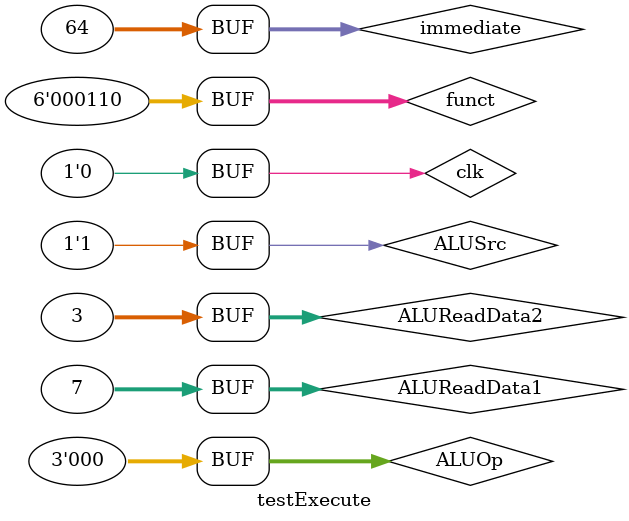
<source format=v>
`timescale 1ns / 1ps


module testExecute;

	// Inputs
	reg clk;
	reg [31:0] ALUReadData1;
	reg [31:0] ALUReadData2;
	reg [31:0] immediate;
	reg [5:0] funct;
	reg [2:0] ALUOp;
	reg ALUSrc;

	// Outputs
	wire [31:0] ALUResult;
	wire zero;

	// Instantiate the Unit Under Test (UUT)
	Execute uut (
		.clk(clk), 
		.ALUReadData1(ALUReadData1), 
		.ALUReadData2(ALUReadData2), 
		.immediate(immediate), 
		.funct(funct), 
		.ALUOp(ALUOp), 
		.ALUSrc(ALUSrc), 
		.ALUResult(ALUResult), 
		.zero(zero)
	);

	initial begin
		// Initialize Inputs
		clk = 0;
		ALUReadData1 = 7;
		ALUReadData2 = 3;
		immediate = 32'b00000000000000000000000001000000;
		funct = 6'b000110;
		ALUOp = 0;
		ALUSrc = 1;

		// Wait 100 ns for global reset to finish
       #20 clk=1;
		 #20 clk=0;
		// Add stimulus here

	end
      
endmodule


</source>
